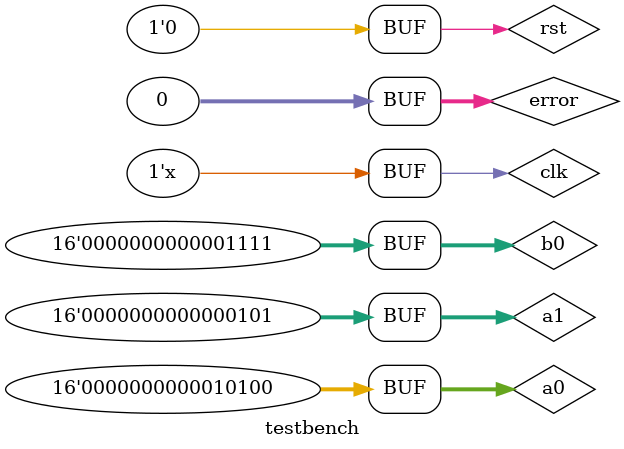
<source format=v>
module testbench();
  // Inputs
  reg clk;
  reg rst;
  reg [15:0] a0;
  reg [15:0] a1;
  reg [15:0] b0;
  // Outputs 
  wire [31:0] c0;
  wire [31:0] c1;
  integer error = 0;

  // Unit Under Test
  systolic1x2 uut (
    .clk(clk),
    .rst(rst),
    .a0(a0),
    .a1(a1),
    .b0(b0),
    .c0(c0),
    .c1(c1) 
  );
  // Clock generation
  always #5 clk = ~clk;
  // Stimulus
  initial begin
    clk = 1;
    a0 = 5; b0 = 10; a1 = 5;
    #10;
    rst <= 1;
    #10;
    rst <= 0;
    #20;
    if(c0 != 50) error = error + 1;
    // if(c0 != 50) $error("c0 error: %0d", c0);
    a0 = 20; b0 = 15;
    #10;
    if(c0 != 350) error = error + 1;
    // if(c0 != 350) $error("c0 error: %0d", c0);
    if(c1 != 50) error = error + 1;
    // if(c1 != 50) $error("c1 error: %0d", c1);
    if(error==0)
    begin
        $display("===========Your Design Passed===========");
    end
    else
    begin
        $display("===========Error===========");
    end
  end
//   // Monitoring
//   initial begin
//     $monitor("At %t: a0=%0d b0=%0d | c0=%0d c1=%0d",
//       $time, a0, b0, c0, c1);
//   end
endmodule
</source>
